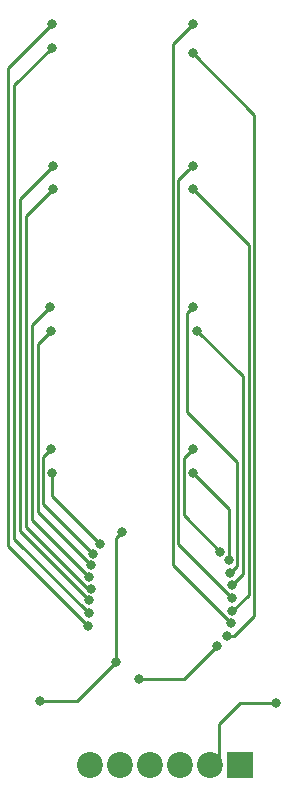
<source format=gbl>
%TF.GenerationSoftware,KiCad,Pcbnew,(5.1.12)-1*%
%TF.CreationDate,2022-08-18T11:29:56-07:00*%
%TF.ProjectId,HighPressureSensorArray,48696768-5072-4657-9373-75726553656e,rev?*%
%TF.SameCoordinates,Original*%
%TF.FileFunction,Copper,L2,Bot*%
%TF.FilePolarity,Positive*%
%FSLAX46Y46*%
G04 Gerber Fmt 4.6, Leading zero omitted, Abs format (unit mm)*
G04 Created by KiCad (PCBNEW (5.1.12)-1) date 2022-08-18 11:29:56*
%MOMM*%
%LPD*%
G01*
G04 APERTURE LIST*
%TA.AperFunction,ComponentPad*%
%ADD10R,2.200000X2.200000*%
%TD*%
%TA.AperFunction,ComponentPad*%
%ADD11C,2.200000*%
%TD*%
%TA.AperFunction,ViaPad*%
%ADD12C,0.800000*%
%TD*%
%TA.AperFunction,Conductor*%
%ADD13C,0.250000*%
%TD*%
G04 APERTURE END LIST*
D10*
X137000000Y-93750000D03*
D11*
X134460000Y-93750000D03*
X131920000Y-93750000D03*
X129380000Y-93750000D03*
X126840000Y-93750000D03*
X124300000Y-93750000D03*
D12*
X135075014Y-83690823D03*
X128500000Y-86500000D03*
X140025000Y-88475000D03*
X126500000Y-84999992D03*
X120075000Y-88325000D03*
X127012662Y-73987342D03*
X136071928Y-76416863D03*
X133000000Y-69000000D03*
X135346918Y-75675918D03*
X133000000Y-67000004D03*
X136366985Y-78488605D03*
X133400000Y-57000000D03*
X136143606Y-77513861D03*
X133000000Y-55000000D03*
X136335351Y-80736365D03*
X133000000Y-45000000D03*
X136336190Y-79586190D03*
X133000000Y-43000000D03*
X135957015Y-82847552D03*
X133000000Y-33500000D03*
X136249994Y-81750000D03*
X133000000Y-30999994D03*
X124192304Y-80895655D03*
X121099998Y-33000000D03*
X124171929Y-81941350D03*
X121100000Y-31000000D03*
X124359739Y-78825371D03*
X121200000Y-45000000D03*
X124243979Y-79818660D03*
X121200000Y-43000000D03*
X124367944Y-76842625D03*
X121000000Y-57000000D03*
X124231006Y-77833680D03*
X120900000Y-55000000D03*
X125154397Y-75044205D03*
X121100000Y-69000000D03*
X124566795Y-75862583D03*
X121000000Y-67000000D03*
D13*
X135075014Y-83690823D02*
X132265837Y-86500000D01*
X132265837Y-86500000D02*
X128500000Y-86500000D01*
X123174992Y-88325000D02*
X126500000Y-84999992D01*
X120075000Y-88325000D02*
X123174992Y-88325000D01*
X137025000Y-88475000D02*
X135250000Y-90250000D01*
X140025000Y-88475000D02*
X137025000Y-88475000D01*
X135250000Y-92960000D02*
X134460000Y-93750000D01*
X135250000Y-90250000D02*
X135250000Y-92960000D01*
X126500000Y-84999992D02*
X126500000Y-74500004D01*
X126500000Y-74500004D02*
X127012662Y-73987342D01*
X136225001Y-76263790D02*
X136071928Y-76416863D01*
X136071928Y-72071928D02*
X133000000Y-69000000D01*
X136071928Y-76416863D02*
X136071928Y-72071928D01*
X132274994Y-72603994D02*
X132274994Y-67725010D01*
X132274994Y-67725010D02*
X133000000Y-67000004D01*
X135346918Y-75675918D02*
X132274994Y-72603994D01*
X136366985Y-78488605D02*
X137250000Y-77605590D01*
X137250000Y-77605590D02*
X137250000Y-60850000D01*
X137250000Y-60850000D02*
X133400000Y-57000000D01*
X132500000Y-63826998D02*
X132500000Y-55500000D01*
X136796929Y-68123927D02*
X132500000Y-63826998D01*
X136796929Y-76860538D02*
X136796929Y-68123927D01*
X132500000Y-55500000D02*
X133000000Y-55000000D01*
X136143606Y-77513861D02*
X136796929Y-76860538D01*
X136335351Y-80736365D02*
X137749989Y-79321727D01*
X137749989Y-79321727D02*
X137749989Y-49749989D01*
X137749989Y-49749989D02*
X133000000Y-45000000D01*
X132600001Y-43399999D02*
X133000000Y-43000000D01*
X131774998Y-44225002D02*
X132600001Y-43399999D01*
X131774998Y-75024998D02*
X131774998Y-44225002D01*
X136336190Y-79586190D02*
X131774998Y-75024998D01*
X135957015Y-82847552D02*
X136522700Y-82847552D01*
X136522700Y-82847552D02*
X138200000Y-81170252D01*
X138200000Y-81170252D02*
X138200000Y-38700000D01*
X138200000Y-38700000D02*
X133000000Y-33500000D01*
X132600001Y-31399993D02*
X133000000Y-30999994D01*
X131324987Y-32675007D02*
X132600001Y-31399993D01*
X131324987Y-76824993D02*
X131324987Y-32675007D01*
X136249994Y-81750000D02*
X131324987Y-76824993D01*
X124192304Y-80895655D02*
X117900000Y-74603351D01*
X117900000Y-74603351D02*
X117900000Y-36199998D01*
X117900000Y-36199998D02*
X121099998Y-33000000D01*
X124171929Y-81941350D02*
X117400000Y-75169421D01*
X117400000Y-75169421D02*
X117400000Y-34700000D01*
X117400000Y-34700000D02*
X121100000Y-31000000D01*
X118900000Y-47300000D02*
X121200000Y-45000000D01*
X118900000Y-73600000D02*
X118900000Y-47300000D01*
X124125371Y-78825371D02*
X118900000Y-73600000D01*
X124359739Y-78825371D02*
X124125371Y-78825371D01*
X124243979Y-79818660D02*
X118400000Y-73974681D01*
X118400000Y-73974681D02*
X118400000Y-45800000D01*
X118400000Y-45800000D02*
X121200000Y-43000000D01*
X119874998Y-58125002D02*
X121000000Y-57000000D01*
X124367944Y-76842625D02*
X119874998Y-72349679D01*
X119874998Y-72349679D02*
X119874998Y-58125002D01*
X119400000Y-56500000D02*
X120900000Y-55000000D01*
X119400000Y-73002674D02*
X119400000Y-56500000D01*
X124231006Y-77833680D02*
X119400000Y-73002674D01*
X121100000Y-70989808D02*
X121100000Y-69000000D01*
X125154397Y-75044205D02*
X121100000Y-70989808D01*
X120325009Y-67674991D02*
X121000000Y-67000000D01*
X120325009Y-71620797D02*
X120325009Y-67674991D01*
X124566795Y-75862583D02*
X120325009Y-71620797D01*
M02*

</source>
